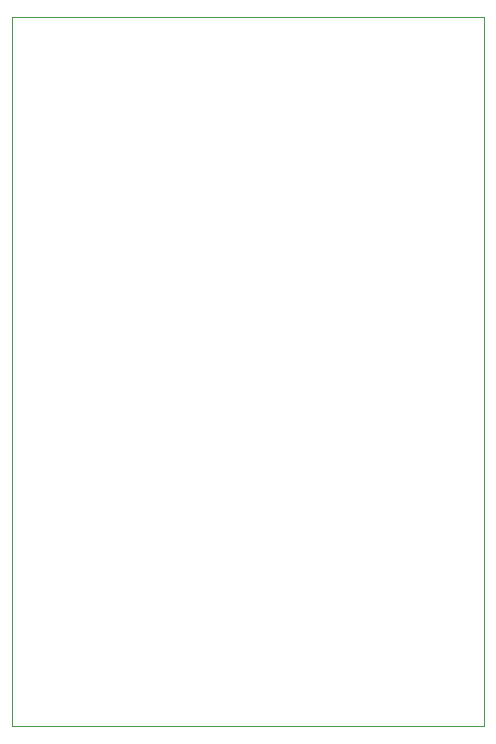
<source format=gbr>
G04*
G04 #@! TF.GenerationSoftware,Altium Limited,Altium Designer,22.4.2 (48)*
G04*
G04 Layer_Color=0*
%FSLAX25Y25*%
%MOIN*%
G70*
G04*
G04 #@! TF.SameCoordinates,2A41B901-7CA2-4390-9F02-5F8C8343CA34*
G04*
G04*
G04 #@! TF.FilePolarity,Positive*
G04*
G01*
G75*
%ADD46C,0.00100*%
D46*
X157480Y0D02*
Y236221D01*
X0D01*
Y0D01*
X157480D01*
M02*

</source>
